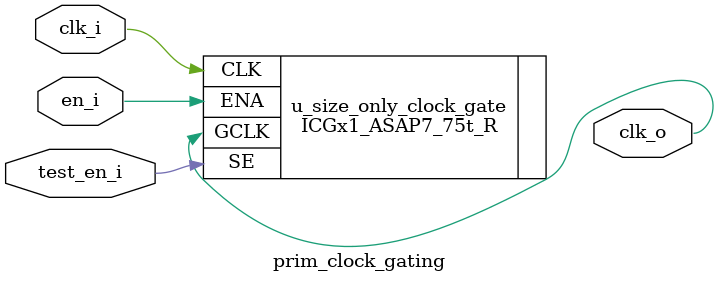
<source format=sv>

module prim_clock_gating #(
  parameter bit NoFpgaGate = 1'b0, // this parameter has no function in generic
  parameter bit FpgaBufGlobal = 1'b1 // this parameter has no function in generic
) (
  input  logic clk_i,
  input  logic en_i,
  input  logic test_en_i,
  output logic clk_o
);

  ICGx1_ASAP7_75t_R u_size_only_clock_gate (
    .ENA (en_i),
    .SE  (test_en_i),
    .CLK (clk_i),
    .GCLK(clk_o)
  );

endmodule

</source>
